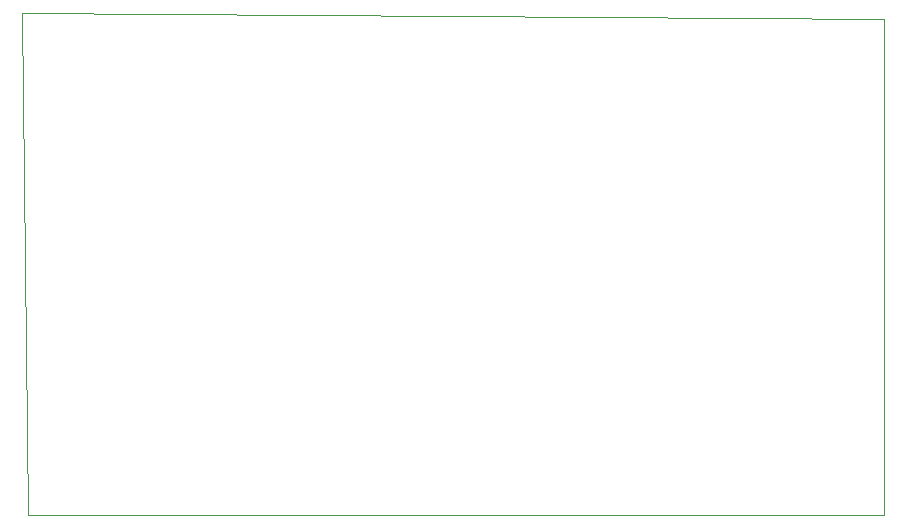
<source format=gm1>
G04 #@! TF.GenerationSoftware,KiCad,Pcbnew,7.0.10*
G04 #@! TF.CreationDate,2024-02-09T18:30:01-05:00*
G04 #@! TF.ProjectId,Rosco-MiniHat,526f7363-6f2d-44d6-996e-694861742e6b,rev?*
G04 #@! TF.SameCoordinates,Original*
G04 #@! TF.FileFunction,Profile,NP*
%FSLAX46Y46*%
G04 Gerber Fmt 4.6, Leading zero omitted, Abs format (unit mm)*
G04 Created by KiCad (PCBNEW 7.0.10) date 2024-02-09 18:30:01*
%MOMM*%
%LPD*%
G01*
G04 APERTURE LIST*
G04 #@! TA.AperFunction,Profile*
%ADD10C,0.100000*%
G04 #@! TD*
G04 APERTURE END LIST*
D10*
X128500000Y-50500000D02*
X128500000Y-92500000D01*
X128500000Y-92500000D02*
X56000000Y-92500000D01*
X56000000Y-92500000D02*
X55500000Y-50000000D01*
X55500000Y-50000000D02*
X128500000Y-50500000D01*
M02*

</source>
